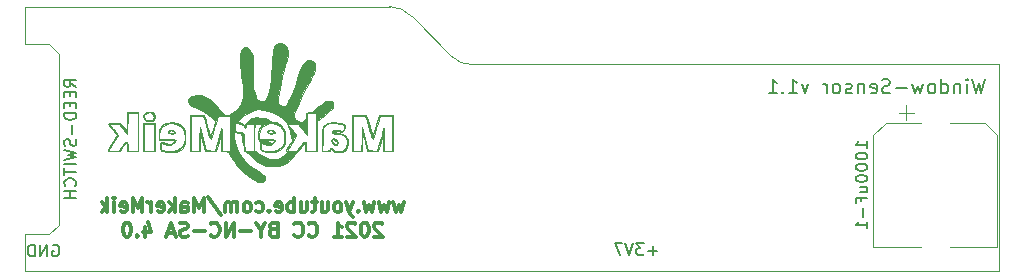
<source format=gbr>
%TF.GenerationSoftware,KiCad,Pcbnew,(5.1.7)-1*%
%TF.CreationDate,2021-10-09T11:13:05+02:00*%
%TF.ProjectId,window-sensor,77696e64-6f77-42d7-9365-6e736f722e6b,rev?*%
%TF.SameCoordinates,PX7270e00PY57bcf00*%
%TF.FileFunction,Legend,Bot*%
%TF.FilePolarity,Positive*%
%FSLAX46Y46*%
G04 Gerber Fmt 4.6, Leading zero omitted, Abs format (unit mm)*
G04 Created by KiCad (PCBNEW (5.1.7)-1) date 2021-10-09 11:13:05*
%MOMM*%
%LPD*%
G01*
G04 APERTURE LIST*
%TA.AperFunction,Profile*%
%ADD10C,0.050000*%
%TD*%
%ADD11C,0.200000*%
%ADD12C,0.300000*%
%ADD13C,0.150000*%
%ADD14C,0.010000*%
%ADD15C,0.120000*%
G04 APERTURE END LIST*
D10*
X-4900000Y-4100000D02*
X-4100000Y-4900000D01*
D11*
X74271428Y-7042857D02*
X73985714Y-8242857D01*
X73757142Y-7385714D01*
X73528571Y-8242857D01*
X73242857Y-7042857D01*
X72785714Y-8242857D02*
X72785714Y-7442857D01*
X72785714Y-7042857D02*
X72842857Y-7100000D01*
X72785714Y-7157142D01*
X72728571Y-7100000D01*
X72785714Y-7042857D01*
X72785714Y-7157142D01*
X72214285Y-7442857D02*
X72214285Y-8242857D01*
X72214285Y-7557142D02*
X72157142Y-7500000D01*
X72042857Y-7442857D01*
X71871428Y-7442857D01*
X71757142Y-7500000D01*
X71700000Y-7614285D01*
X71700000Y-8242857D01*
X70614285Y-8242857D02*
X70614285Y-7042857D01*
X70614285Y-8185714D02*
X70728571Y-8242857D01*
X70957142Y-8242857D01*
X71071428Y-8185714D01*
X71128571Y-8128571D01*
X71185714Y-8014285D01*
X71185714Y-7671428D01*
X71128571Y-7557142D01*
X71071428Y-7500000D01*
X70957142Y-7442857D01*
X70728571Y-7442857D01*
X70614285Y-7500000D01*
X69871428Y-8242857D02*
X69985714Y-8185714D01*
X70042857Y-8128571D01*
X70100000Y-8014285D01*
X70100000Y-7671428D01*
X70042857Y-7557142D01*
X69985714Y-7500000D01*
X69871428Y-7442857D01*
X69700000Y-7442857D01*
X69585714Y-7500000D01*
X69528571Y-7557142D01*
X69471428Y-7671428D01*
X69471428Y-8014285D01*
X69528571Y-8128571D01*
X69585714Y-8185714D01*
X69700000Y-8242857D01*
X69871428Y-8242857D01*
X69071428Y-7442857D02*
X68842857Y-8242857D01*
X68614285Y-7671428D01*
X68385714Y-8242857D01*
X68157142Y-7442857D01*
X67700000Y-7785714D02*
X66785714Y-7785714D01*
X66271428Y-8185714D02*
X66100000Y-8242857D01*
X65814285Y-8242857D01*
X65700000Y-8185714D01*
X65642857Y-8128571D01*
X65585714Y-8014285D01*
X65585714Y-7900000D01*
X65642857Y-7785714D01*
X65700000Y-7728571D01*
X65814285Y-7671428D01*
X66042857Y-7614285D01*
X66157142Y-7557142D01*
X66214285Y-7500000D01*
X66271428Y-7385714D01*
X66271428Y-7271428D01*
X66214285Y-7157142D01*
X66157142Y-7100000D01*
X66042857Y-7042857D01*
X65757142Y-7042857D01*
X65585714Y-7100000D01*
X64614285Y-8185714D02*
X64728571Y-8242857D01*
X64957142Y-8242857D01*
X65071428Y-8185714D01*
X65128571Y-8071428D01*
X65128571Y-7614285D01*
X65071428Y-7500000D01*
X64957142Y-7442857D01*
X64728571Y-7442857D01*
X64614285Y-7500000D01*
X64557142Y-7614285D01*
X64557142Y-7728571D01*
X65128571Y-7842857D01*
X64042857Y-7442857D02*
X64042857Y-8242857D01*
X64042857Y-7557142D02*
X63985714Y-7500000D01*
X63871428Y-7442857D01*
X63700000Y-7442857D01*
X63585714Y-7500000D01*
X63528571Y-7614285D01*
X63528571Y-8242857D01*
X63014285Y-8185714D02*
X62900000Y-8242857D01*
X62671428Y-8242857D01*
X62557142Y-8185714D01*
X62500000Y-8071428D01*
X62500000Y-8014285D01*
X62557142Y-7900000D01*
X62671428Y-7842857D01*
X62842857Y-7842857D01*
X62957142Y-7785714D01*
X63014285Y-7671428D01*
X63014285Y-7614285D01*
X62957142Y-7500000D01*
X62842857Y-7442857D01*
X62671428Y-7442857D01*
X62557142Y-7500000D01*
X61814285Y-8242857D02*
X61928571Y-8185714D01*
X61985714Y-8128571D01*
X62042857Y-8014285D01*
X62042857Y-7671428D01*
X61985714Y-7557142D01*
X61928571Y-7500000D01*
X61814285Y-7442857D01*
X61642857Y-7442857D01*
X61528571Y-7500000D01*
X61471428Y-7557142D01*
X61414285Y-7671428D01*
X61414285Y-8014285D01*
X61471428Y-8128571D01*
X61528571Y-8185714D01*
X61642857Y-8242857D01*
X61814285Y-8242857D01*
X60900000Y-8242857D02*
X60900000Y-7442857D01*
X60900000Y-7671428D02*
X60842857Y-7557142D01*
X60785714Y-7500000D01*
X60671428Y-7442857D01*
X60557142Y-7442857D01*
X59357142Y-7442857D02*
X59071428Y-8242857D01*
X58785714Y-7442857D01*
X57700000Y-8242857D02*
X58385714Y-8242857D01*
X58042857Y-8242857D02*
X58042857Y-7042857D01*
X58157142Y-7214285D01*
X58271428Y-7328571D01*
X58385714Y-7385714D01*
X57185714Y-8128571D02*
X57128571Y-8185714D01*
X57185714Y-8242857D01*
X57242857Y-8185714D01*
X57185714Y-8128571D01*
X57185714Y-8242857D01*
X55985714Y-8242857D02*
X56671428Y-8242857D01*
X56328571Y-8242857D02*
X56328571Y-7042857D01*
X56442857Y-7214285D01*
X56557142Y-7328571D01*
X56671428Y-7385714D01*
D12*
X25128571Y-17492857D02*
X24900000Y-18292857D01*
X24671428Y-17721428D01*
X24442857Y-18292857D01*
X24214285Y-17492857D01*
X23871428Y-17492857D02*
X23642857Y-18292857D01*
X23414285Y-17721428D01*
X23185714Y-18292857D01*
X22957142Y-17492857D01*
X22614285Y-17492857D02*
X22385714Y-18292857D01*
X22157142Y-17721428D01*
X21928571Y-18292857D01*
X21700000Y-17492857D01*
X21242857Y-18178571D02*
X21185714Y-18235714D01*
X21242857Y-18292857D01*
X21300000Y-18235714D01*
X21242857Y-18178571D01*
X21242857Y-18292857D01*
X20785714Y-17492857D02*
X20500000Y-18292857D01*
X20214285Y-17492857D02*
X20500000Y-18292857D01*
X20614285Y-18578571D01*
X20671428Y-18635714D01*
X20785714Y-18692857D01*
X19585714Y-18292857D02*
X19700000Y-18235714D01*
X19757142Y-18178571D01*
X19814285Y-18064285D01*
X19814285Y-17721428D01*
X19757142Y-17607142D01*
X19700000Y-17550000D01*
X19585714Y-17492857D01*
X19414285Y-17492857D01*
X19300000Y-17550000D01*
X19242857Y-17607142D01*
X19185714Y-17721428D01*
X19185714Y-18064285D01*
X19242857Y-18178571D01*
X19300000Y-18235714D01*
X19414285Y-18292857D01*
X19585714Y-18292857D01*
X18157142Y-17492857D02*
X18157142Y-18292857D01*
X18671428Y-17492857D02*
X18671428Y-18121428D01*
X18614285Y-18235714D01*
X18500000Y-18292857D01*
X18328571Y-18292857D01*
X18214285Y-18235714D01*
X18157142Y-18178571D01*
X17757142Y-17492857D02*
X17300000Y-17492857D01*
X17585714Y-17092857D02*
X17585714Y-18121428D01*
X17528571Y-18235714D01*
X17414285Y-18292857D01*
X17300000Y-18292857D01*
X16385714Y-17492857D02*
X16385714Y-18292857D01*
X16900000Y-17492857D02*
X16900000Y-18121428D01*
X16842857Y-18235714D01*
X16728571Y-18292857D01*
X16557142Y-18292857D01*
X16442857Y-18235714D01*
X16385714Y-18178571D01*
X15814285Y-18292857D02*
X15814285Y-17092857D01*
X15814285Y-17550000D02*
X15700000Y-17492857D01*
X15471428Y-17492857D01*
X15357142Y-17550000D01*
X15300000Y-17607142D01*
X15242857Y-17721428D01*
X15242857Y-18064285D01*
X15300000Y-18178571D01*
X15357142Y-18235714D01*
X15471428Y-18292857D01*
X15700000Y-18292857D01*
X15814285Y-18235714D01*
X14271428Y-18235714D02*
X14385714Y-18292857D01*
X14614285Y-18292857D01*
X14728571Y-18235714D01*
X14785714Y-18121428D01*
X14785714Y-17664285D01*
X14728571Y-17550000D01*
X14614285Y-17492857D01*
X14385714Y-17492857D01*
X14271428Y-17550000D01*
X14214285Y-17664285D01*
X14214285Y-17778571D01*
X14785714Y-17892857D01*
X13700000Y-18178571D02*
X13642857Y-18235714D01*
X13700000Y-18292857D01*
X13757142Y-18235714D01*
X13700000Y-18178571D01*
X13700000Y-18292857D01*
X12614285Y-18235714D02*
X12728571Y-18292857D01*
X12957142Y-18292857D01*
X13071428Y-18235714D01*
X13128571Y-18178571D01*
X13185714Y-18064285D01*
X13185714Y-17721428D01*
X13128571Y-17607142D01*
X13071428Y-17550000D01*
X12957142Y-17492857D01*
X12728571Y-17492857D01*
X12614285Y-17550000D01*
X11928571Y-18292857D02*
X12042857Y-18235714D01*
X12100000Y-18178571D01*
X12157142Y-18064285D01*
X12157142Y-17721428D01*
X12100000Y-17607142D01*
X12042857Y-17550000D01*
X11928571Y-17492857D01*
X11757142Y-17492857D01*
X11642857Y-17550000D01*
X11585714Y-17607142D01*
X11528571Y-17721428D01*
X11528571Y-18064285D01*
X11585714Y-18178571D01*
X11642857Y-18235714D01*
X11757142Y-18292857D01*
X11928571Y-18292857D01*
X11014285Y-18292857D02*
X11014285Y-17492857D01*
X11014285Y-17607142D02*
X10957142Y-17550000D01*
X10842857Y-17492857D01*
X10671428Y-17492857D01*
X10557142Y-17550000D01*
X10500000Y-17664285D01*
X10500000Y-18292857D01*
X10500000Y-17664285D02*
X10442857Y-17550000D01*
X10328571Y-17492857D01*
X10157142Y-17492857D01*
X10042857Y-17550000D01*
X9985714Y-17664285D01*
X9985714Y-18292857D01*
X8557142Y-17035714D02*
X9585714Y-18578571D01*
X8157142Y-18292857D02*
X8157142Y-17092857D01*
X7757142Y-17950000D01*
X7357142Y-17092857D01*
X7357142Y-18292857D01*
X6271428Y-18292857D02*
X6271428Y-17664285D01*
X6328571Y-17550000D01*
X6442857Y-17492857D01*
X6671428Y-17492857D01*
X6785714Y-17550000D01*
X6271428Y-18235714D02*
X6385714Y-18292857D01*
X6671428Y-18292857D01*
X6785714Y-18235714D01*
X6842857Y-18121428D01*
X6842857Y-18007142D01*
X6785714Y-17892857D01*
X6671428Y-17835714D01*
X6385714Y-17835714D01*
X6271428Y-17778571D01*
X5700000Y-18292857D02*
X5700000Y-17092857D01*
X5585714Y-17835714D02*
X5242857Y-18292857D01*
X5242857Y-17492857D02*
X5700000Y-17950000D01*
X4271428Y-18235714D02*
X4385714Y-18292857D01*
X4614285Y-18292857D01*
X4728571Y-18235714D01*
X4785714Y-18121428D01*
X4785714Y-17664285D01*
X4728571Y-17550000D01*
X4614285Y-17492857D01*
X4385714Y-17492857D01*
X4271428Y-17550000D01*
X4214285Y-17664285D01*
X4214285Y-17778571D01*
X4785714Y-17892857D01*
X3700000Y-18292857D02*
X3700000Y-17492857D01*
X3700000Y-17721428D02*
X3642857Y-17607142D01*
X3585714Y-17550000D01*
X3471428Y-17492857D01*
X3357142Y-17492857D01*
X2957142Y-18292857D02*
X2957142Y-17092857D01*
X2557142Y-17950000D01*
X2157142Y-17092857D01*
X2157142Y-18292857D01*
X1128571Y-18235714D02*
X1242857Y-18292857D01*
X1471428Y-18292857D01*
X1585714Y-18235714D01*
X1642857Y-18121428D01*
X1642857Y-17664285D01*
X1585714Y-17550000D01*
X1471428Y-17492857D01*
X1242857Y-17492857D01*
X1128571Y-17550000D01*
X1071428Y-17664285D01*
X1071428Y-17778571D01*
X1642857Y-17892857D01*
X557142Y-18292857D02*
X557142Y-17492857D01*
X557142Y-17092857D02*
X614285Y-17150000D01*
X557142Y-17207142D01*
X500000Y-17150000D01*
X557142Y-17092857D01*
X557142Y-17207142D01*
X-14286Y-18292857D02*
X-14286Y-17092857D01*
X-128572Y-17835714D02*
X-471429Y-18292857D01*
X-471429Y-17492857D02*
X-14286Y-17950000D01*
X23271428Y-19307142D02*
X23214285Y-19250000D01*
X23100000Y-19192857D01*
X22814285Y-19192857D01*
X22700000Y-19250000D01*
X22642857Y-19307142D01*
X22585714Y-19421428D01*
X22585714Y-19535714D01*
X22642857Y-19707142D01*
X23328571Y-20392857D01*
X22585714Y-20392857D01*
X21842857Y-19192857D02*
X21728571Y-19192857D01*
X21614285Y-19250000D01*
X21557142Y-19307142D01*
X21500000Y-19421428D01*
X21442857Y-19650000D01*
X21442857Y-19935714D01*
X21500000Y-20164285D01*
X21557142Y-20278571D01*
X21614285Y-20335714D01*
X21728571Y-20392857D01*
X21842857Y-20392857D01*
X21957142Y-20335714D01*
X22014285Y-20278571D01*
X22071428Y-20164285D01*
X22128571Y-19935714D01*
X22128571Y-19650000D01*
X22071428Y-19421428D01*
X22014285Y-19307142D01*
X21957142Y-19250000D01*
X21842857Y-19192857D01*
X20985714Y-19307142D02*
X20928571Y-19250000D01*
X20814285Y-19192857D01*
X20528571Y-19192857D01*
X20414285Y-19250000D01*
X20357142Y-19307142D01*
X20300000Y-19421428D01*
X20300000Y-19535714D01*
X20357142Y-19707142D01*
X21042857Y-20392857D01*
X20300000Y-20392857D01*
X19157142Y-20392857D02*
X19842857Y-20392857D01*
X19500000Y-20392857D02*
X19500000Y-19192857D01*
X19614285Y-19364285D01*
X19728571Y-19478571D01*
X19842857Y-19535714D01*
X17042857Y-20278571D02*
X17100000Y-20335714D01*
X17271428Y-20392857D01*
X17385714Y-20392857D01*
X17557142Y-20335714D01*
X17671428Y-20221428D01*
X17728571Y-20107142D01*
X17785714Y-19878571D01*
X17785714Y-19707142D01*
X17728571Y-19478571D01*
X17671428Y-19364285D01*
X17557142Y-19250000D01*
X17385714Y-19192857D01*
X17271428Y-19192857D01*
X17100000Y-19250000D01*
X17042857Y-19307142D01*
X15842857Y-20278571D02*
X15900000Y-20335714D01*
X16071428Y-20392857D01*
X16185714Y-20392857D01*
X16357142Y-20335714D01*
X16471428Y-20221428D01*
X16528571Y-20107142D01*
X16585714Y-19878571D01*
X16585714Y-19707142D01*
X16528571Y-19478571D01*
X16471428Y-19364285D01*
X16357142Y-19250000D01*
X16185714Y-19192857D01*
X16071428Y-19192857D01*
X15900000Y-19250000D01*
X15842857Y-19307142D01*
X14014285Y-19764285D02*
X13842857Y-19821428D01*
X13785714Y-19878571D01*
X13728571Y-19992857D01*
X13728571Y-20164285D01*
X13785714Y-20278571D01*
X13842857Y-20335714D01*
X13957142Y-20392857D01*
X14414285Y-20392857D01*
X14414285Y-19192857D01*
X14014285Y-19192857D01*
X13900000Y-19250000D01*
X13842857Y-19307142D01*
X13785714Y-19421428D01*
X13785714Y-19535714D01*
X13842857Y-19650000D01*
X13900000Y-19707142D01*
X14014285Y-19764285D01*
X14414285Y-19764285D01*
X12985714Y-19821428D02*
X12985714Y-20392857D01*
X13385714Y-19192857D02*
X12985714Y-19821428D01*
X12585714Y-19192857D01*
X12185714Y-19935714D02*
X11271428Y-19935714D01*
X10700000Y-20392857D02*
X10700000Y-19192857D01*
X10014285Y-20392857D01*
X10014285Y-19192857D01*
X8757142Y-20278571D02*
X8814285Y-20335714D01*
X8985714Y-20392857D01*
X9100000Y-20392857D01*
X9271428Y-20335714D01*
X9385714Y-20221428D01*
X9442857Y-20107142D01*
X9500000Y-19878571D01*
X9500000Y-19707142D01*
X9442857Y-19478571D01*
X9385714Y-19364285D01*
X9271428Y-19250000D01*
X9100000Y-19192857D01*
X8985714Y-19192857D01*
X8814285Y-19250000D01*
X8757142Y-19307142D01*
X8242857Y-19935714D02*
X7328571Y-19935714D01*
X6814285Y-20335714D02*
X6642857Y-20392857D01*
X6357142Y-20392857D01*
X6242857Y-20335714D01*
X6185714Y-20278571D01*
X6128571Y-20164285D01*
X6128571Y-20050000D01*
X6185714Y-19935714D01*
X6242857Y-19878571D01*
X6357142Y-19821428D01*
X6585714Y-19764285D01*
X6700000Y-19707142D01*
X6757142Y-19650000D01*
X6814285Y-19535714D01*
X6814285Y-19421428D01*
X6757142Y-19307142D01*
X6700000Y-19250000D01*
X6585714Y-19192857D01*
X6300000Y-19192857D01*
X6128571Y-19250000D01*
X5671428Y-20050000D02*
X5100000Y-20050000D01*
X5785714Y-20392857D02*
X5385714Y-19192857D01*
X4985714Y-20392857D01*
X3157142Y-19592857D02*
X3157142Y-20392857D01*
X3442857Y-19135714D02*
X3728571Y-19992857D01*
X2985714Y-19992857D01*
X2528571Y-20278571D02*
X2471428Y-20335714D01*
X2528571Y-20392857D01*
X2585714Y-20335714D01*
X2528571Y-20278571D01*
X2528571Y-20392857D01*
X1728571Y-19192857D02*
X1614285Y-19192857D01*
X1500000Y-19250000D01*
X1442857Y-19307142D01*
X1385714Y-19421428D01*
X1328571Y-19650000D01*
X1328571Y-19935714D01*
X1385714Y-20164285D01*
X1442857Y-20278571D01*
X1500000Y-20335714D01*
X1614285Y-20392857D01*
X1728571Y-20392857D01*
X1842857Y-20335714D01*
X1900000Y-20278571D01*
X1957142Y-20164285D01*
X2014285Y-19935714D01*
X2014285Y-19650000D01*
X1957142Y-19421428D01*
X1900000Y-19307142D01*
X1842857Y-19250000D01*
X1728571Y-19192857D01*
D10*
X-4900000Y-20200000D02*
X-4100000Y-19400000D01*
X-7000000Y-23300000D02*
X-7000000Y-20200000D01*
X-4900000Y-20200000D02*
X-7000000Y-20200000D01*
X-4100000Y-4900000D02*
X-4100000Y-19400000D01*
X-7000000Y-4100000D02*
X-4900000Y-4100000D01*
D13*
X-2647620Y-7695238D02*
X-3123810Y-7361904D01*
X-2647620Y-7123809D02*
X-3647620Y-7123809D01*
X-3647620Y-7504761D01*
X-3600000Y-7600000D01*
X-3552381Y-7647619D01*
X-3457143Y-7695238D01*
X-3314286Y-7695238D01*
X-3219048Y-7647619D01*
X-3171429Y-7600000D01*
X-3123810Y-7504761D01*
X-3123810Y-7123809D01*
X-3171429Y-8123809D02*
X-3171429Y-8457142D01*
X-2647620Y-8600000D02*
X-2647620Y-8123809D01*
X-3647620Y-8123809D01*
X-3647620Y-8600000D01*
X-3171429Y-9028571D02*
X-3171429Y-9361904D01*
X-2647620Y-9504761D02*
X-2647620Y-9028571D01*
X-3647620Y-9028571D01*
X-3647620Y-9504761D01*
X-2647620Y-9933333D02*
X-3647620Y-9933333D01*
X-3647620Y-10171428D01*
X-3600000Y-10314285D01*
X-3504762Y-10409523D01*
X-3409524Y-10457142D01*
X-3219048Y-10504761D01*
X-3076191Y-10504761D01*
X-2885715Y-10457142D01*
X-2790477Y-10409523D01*
X-2695239Y-10314285D01*
X-2647620Y-10171428D01*
X-2647620Y-9933333D01*
X-3028572Y-10933333D02*
X-3028572Y-11695238D01*
X-2695239Y-12123809D02*
X-2647620Y-12266666D01*
X-2647620Y-12504761D01*
X-2695239Y-12600000D01*
X-2742858Y-12647619D01*
X-2838096Y-12695238D01*
X-2933334Y-12695238D01*
X-3028572Y-12647619D01*
X-3076191Y-12600000D01*
X-3123810Y-12504761D01*
X-3171429Y-12314285D01*
X-3219048Y-12219047D01*
X-3266667Y-12171428D01*
X-3361905Y-12123809D01*
X-3457143Y-12123809D01*
X-3552381Y-12171428D01*
X-3600000Y-12219047D01*
X-3647620Y-12314285D01*
X-3647620Y-12552380D01*
X-3600000Y-12695238D01*
X-3647620Y-13028571D02*
X-2647620Y-13266666D01*
X-3361905Y-13457142D01*
X-2647620Y-13647619D01*
X-3647620Y-13885714D01*
X-2647620Y-14266666D02*
X-3647620Y-14266666D01*
X-3647620Y-14600000D02*
X-3647620Y-15171428D01*
X-2647620Y-14885714D02*
X-3647620Y-14885714D01*
X-2742858Y-16076190D02*
X-2695239Y-16028571D01*
X-2647620Y-15885714D01*
X-2647620Y-15790476D01*
X-2695239Y-15647619D01*
X-2790477Y-15552380D01*
X-2885715Y-15504761D01*
X-3076191Y-15457142D01*
X-3219048Y-15457142D01*
X-3409524Y-15504761D01*
X-3504762Y-15552380D01*
X-3600000Y-15647619D01*
X-3647620Y-15790476D01*
X-3647620Y-15885714D01*
X-3600000Y-16028571D01*
X-3552381Y-16076190D01*
X-2647620Y-16504761D02*
X-3647620Y-16504761D01*
X-3171429Y-16504761D02*
X-3171429Y-17076190D01*
X-2647620Y-17076190D02*
X-3647620Y-17076190D01*
D10*
X23900000Y-900000D02*
G75*
G02*
X25770760Y-1744841I-59239J-2624840D01*
G01*
X30817250Y-5799023D02*
G75*
G02*
X29210000Y-5150000I-107250J2049023D01*
G01*
X30817250Y-5799024D02*
X75500000Y-5800000D01*
X25770760Y-1744841D02*
X29210000Y-5150000D01*
D13*
X46561904Y-21571428D02*
X45800000Y-21571428D01*
X46180952Y-21952380D02*
X46180952Y-21190476D01*
X45419047Y-20952380D02*
X44800000Y-20952380D01*
X45133333Y-21333333D01*
X44990476Y-21333333D01*
X44895238Y-21380952D01*
X44847619Y-21428571D01*
X44800000Y-21523809D01*
X44800000Y-21761904D01*
X44847619Y-21857142D01*
X44895238Y-21904761D01*
X44990476Y-21952380D01*
X45276190Y-21952380D01*
X45371428Y-21904761D01*
X45419047Y-21857142D01*
X44514285Y-20952380D02*
X44180952Y-21952380D01*
X43847619Y-20952380D01*
X43609523Y-20952380D02*
X42942857Y-20952380D01*
X43371428Y-21952380D01*
X-4638096Y-21100000D02*
X-4542858Y-21052380D01*
X-4400000Y-21052380D01*
X-4257143Y-21100000D01*
X-4161905Y-21195238D01*
X-4114286Y-21290476D01*
X-4066667Y-21480952D01*
X-4066667Y-21623809D01*
X-4114286Y-21814285D01*
X-4161905Y-21909523D01*
X-4257143Y-22004761D01*
X-4400000Y-22052380D01*
X-4495239Y-22052380D01*
X-4638096Y-22004761D01*
X-4685715Y-21957142D01*
X-4685715Y-21623809D01*
X-4495239Y-21623809D01*
X-5114286Y-22052380D02*
X-5114286Y-21052380D01*
X-5685715Y-22052380D01*
X-5685715Y-21052380D01*
X-6161905Y-22052380D02*
X-6161905Y-21052380D01*
X-6400000Y-21052380D01*
X-6542858Y-21100000D01*
X-6638096Y-21195238D01*
X-6685715Y-21290476D01*
X-6733334Y-21480952D01*
X-6733334Y-21623809D01*
X-6685715Y-21814285D01*
X-6638096Y-21909523D01*
X-6542858Y-22004761D01*
X-6400000Y-22052380D01*
X-6161905Y-22052380D01*
D10*
X-7000000Y-4100000D02*
X-7000000Y-900000D01*
X75500000Y-23300000D02*
X-7000000Y-23300000D01*
X75500000Y-5800000D02*
X75500000Y-23300000D01*
X-7000000Y-900000D02*
X23900000Y-900000D01*
D14*
%TO.C,G\u002A\u002A\u002A*%
G36*
X5197032Y-11382054D02*
G01*
X5094245Y-11505788D01*
X5121799Y-11594152D01*
X5276507Y-11643717D01*
X5449454Y-11653513D01*
X5653759Y-11650739D01*
X5745546Y-11632194D01*
X5749597Y-11582541D01*
X5729218Y-11548901D01*
X5615465Y-11548901D01*
X5561031Y-11578524D01*
X5406757Y-11584864D01*
X5245620Y-11577444D01*
X5197932Y-11545793D01*
X5235135Y-11481891D01*
X5347573Y-11394881D01*
X5406757Y-11378919D01*
X5519460Y-11426993D01*
X5578378Y-11481891D01*
X5615465Y-11548901D01*
X5729218Y-11548901D01*
X5699020Y-11499054D01*
X5545446Y-11361420D01*
X5359086Y-11320163D01*
X5197032Y-11382054D01*
G37*
X5197032Y-11382054D02*
X5094245Y-11505788D01*
X5121799Y-11594152D01*
X5276507Y-11643717D01*
X5449454Y-11653513D01*
X5653759Y-11650739D01*
X5745546Y-11632194D01*
X5749597Y-11582541D01*
X5729218Y-11548901D01*
X5615465Y-11548901D01*
X5561031Y-11578524D01*
X5406757Y-11584864D01*
X5245620Y-11577444D01*
X5197932Y-11545793D01*
X5235135Y-11481891D01*
X5347573Y-11394881D01*
X5406757Y-11378919D01*
X5519460Y-11426993D01*
X5578378Y-11481891D01*
X5615465Y-11548901D01*
X5729218Y-11548901D01*
X5699020Y-11499054D01*
X5545446Y-11361420D01*
X5359086Y-11320163D01*
X5197032Y-11382054D01*
G36*
X19006220Y-12094248D02*
G01*
X18965372Y-12205071D01*
X18964865Y-12226387D01*
X19013208Y-12395252D01*
X19132104Y-12531566D01*
X19282350Y-12608664D01*
X19424743Y-12599879D01*
X19468288Y-12568828D01*
X19523505Y-12430538D01*
X19507648Y-12363747D01*
X19437076Y-12363747D01*
X19422351Y-12438358D01*
X19359591Y-12532642D01*
X19266516Y-12517008D01*
X19159054Y-12432333D01*
X19051088Y-12297686D01*
X19038573Y-12196864D01*
X19118289Y-12158926D01*
X19187973Y-12171468D01*
X19374989Y-12255556D01*
X19437076Y-12363747D01*
X19507648Y-12363747D01*
X19485549Y-12270667D01*
X19372146Y-12148580D01*
X19337963Y-12132355D01*
X19124678Y-12071455D01*
X19006220Y-12094248D01*
G37*
X19006220Y-12094248D02*
X18965372Y-12205071D01*
X18964865Y-12226387D01*
X19013208Y-12395252D01*
X19132104Y-12531566D01*
X19282350Y-12608664D01*
X19424743Y-12599879D01*
X19468288Y-12568828D01*
X19523505Y-12430538D01*
X19507648Y-12363747D01*
X19437076Y-12363747D01*
X19422351Y-12438358D01*
X19359591Y-12532642D01*
X19266516Y-12517008D01*
X19159054Y-12432333D01*
X19051088Y-12297686D01*
X19038573Y-12196864D01*
X19118289Y-12158926D01*
X19187973Y-12171468D01*
X19374989Y-12255556D01*
X19437076Y-12363747D01*
X19507648Y-12363747D01*
X19485549Y-12270667D01*
X19372146Y-12148580D01*
X19337963Y-12132355D01*
X19124678Y-12071455D01*
X19006220Y-12094248D01*
G36*
X13640816Y-11382054D02*
G01*
X13538028Y-11505788D01*
X13565583Y-11594152D01*
X13720291Y-11643717D01*
X13893238Y-11653513D01*
X14097543Y-11650739D01*
X14189330Y-11632194D01*
X14193380Y-11582541D01*
X14173001Y-11548901D01*
X14059249Y-11548901D01*
X14004815Y-11578524D01*
X13850541Y-11584864D01*
X13689404Y-11577444D01*
X13641716Y-11545793D01*
X13678919Y-11481891D01*
X13791357Y-11394881D01*
X13850541Y-11378919D01*
X13963244Y-11426993D01*
X14022162Y-11481891D01*
X14059249Y-11548901D01*
X14173001Y-11548901D01*
X14142803Y-11499054D01*
X13989230Y-11361420D01*
X13802870Y-11320163D01*
X13640816Y-11382054D01*
G37*
X13640816Y-11382054D02*
X13538028Y-11505788D01*
X13565583Y-11594152D01*
X13720291Y-11643717D01*
X13893238Y-11653513D01*
X14097543Y-11650739D01*
X14189330Y-11632194D01*
X14193380Y-11582541D01*
X14173001Y-11548901D01*
X14059249Y-11548901D01*
X14004815Y-11578524D01*
X13850541Y-11584864D01*
X13689404Y-11577444D01*
X13641716Y-11545793D01*
X13678919Y-11481891D01*
X13791357Y-11394881D01*
X13850541Y-11378919D01*
X13963244Y-11426993D01*
X14022162Y-11481891D01*
X14059249Y-11548901D01*
X14173001Y-11548901D01*
X14142803Y-11499054D01*
X13989230Y-11361420D01*
X13802870Y-11320163D01*
X13640816Y-11382054D01*
G36*
X3243774Y-9849655D02*
G01*
X3088971Y-9993276D01*
X3038378Y-10211891D01*
X3075007Y-10395486D01*
X3146255Y-10515907D01*
X3289364Y-10587045D01*
X3500039Y-10620278D01*
X3718595Y-10613633D01*
X3885350Y-10565134D01*
X3917081Y-10541405D01*
X3971523Y-10422071D01*
X3997947Y-10240752D01*
X3930724Y-10240752D01*
X3890198Y-10415146D01*
X3848432Y-10472756D01*
X3700895Y-10539964D01*
X3496721Y-10549340D01*
X3302515Y-10503566D01*
X3214904Y-10447258D01*
X3112866Y-10277343D01*
X3123385Y-10114166D01*
X3222453Y-9978625D01*
X3386063Y-9891616D01*
X3590205Y-9874035D01*
X3798027Y-9939712D01*
X3897976Y-10060870D01*
X3930724Y-10240752D01*
X3997947Y-10240752D01*
X3998745Y-10235277D01*
X3999459Y-10200577D01*
X3963467Y-9986869D01*
X3843628Y-9859652D01*
X3622155Y-9804829D01*
X3494011Y-9800000D01*
X3243774Y-9849655D01*
G37*
X3243774Y-9849655D02*
X3088971Y-9993276D01*
X3038378Y-10211891D01*
X3075007Y-10395486D01*
X3146255Y-10515907D01*
X3289364Y-10587045D01*
X3500039Y-10620278D01*
X3718595Y-10613633D01*
X3885350Y-10565134D01*
X3917081Y-10541405D01*
X3971523Y-10422071D01*
X3997947Y-10240752D01*
X3930724Y-10240752D01*
X3890198Y-10415146D01*
X3848432Y-10472756D01*
X3700895Y-10539964D01*
X3496721Y-10549340D01*
X3302515Y-10503566D01*
X3214904Y-10447258D01*
X3112866Y-10277343D01*
X3123385Y-10114166D01*
X3222453Y-9978625D01*
X3386063Y-9891616D01*
X3590205Y-9874035D01*
X3798027Y-9939712D01*
X3897976Y-10060870D01*
X3930724Y-10240752D01*
X3997947Y-10240752D01*
X3998745Y-10235277D01*
X3999459Y-10200577D01*
X3963467Y-9986869D01*
X3843628Y-9859652D01*
X3622155Y-9804829D01*
X3494011Y-9800000D01*
X3243774Y-9849655D01*
G36*
X1665405Y-11466050D02*
G01*
X1378672Y-11113566D01*
X1091939Y-10761081D01*
X589213Y-10761081D01*
X306489Y-10770912D01*
X134823Y-10799040D01*
X86487Y-10835993D01*
X127840Y-10919995D01*
X238034Y-11078754D01*
X396268Y-11283034D01*
X459488Y-11360282D01*
X832489Y-11809659D01*
X425163Y-12415439D01*
X257527Y-12671105D01*
X123386Y-12887780D01*
X38898Y-13038605D01*
X17838Y-13092501D01*
X82611Y-13130132D01*
X262126Y-13154918D01*
X532175Y-13163783D01*
X1046512Y-13163783D01*
X1270148Y-12821774D01*
X1434508Y-12594586D01*
X1550964Y-12494081D01*
X1624511Y-12520243D01*
X1660143Y-12673057D01*
X1665405Y-12820540D01*
X1665405Y-13163783D01*
X2626487Y-13163783D01*
X2626487Y-9937297D01*
X2557838Y-9937297D01*
X2557838Y-13095135D01*
X1734054Y-13095135D01*
X1734054Y-12751891D01*
X1727826Y-12547570D01*
X1698742Y-12445807D01*
X1631200Y-12412059D01*
X1579595Y-12409882D01*
X1446977Y-12460072D01*
X1295946Y-12618280D01*
X1201499Y-12753125D01*
X977864Y-13095135D01*
X82945Y-13095135D01*
X501927Y-12472019D01*
X669171Y-12212178D01*
X798643Y-11989522D01*
X875679Y-11830728D01*
X889510Y-11767078D01*
X832909Y-11678617D01*
X710706Y-11516841D01*
X546558Y-11312756D01*
X500681Y-11257491D01*
X143252Y-10829729D01*
X1026120Y-10829729D01*
X1699730Y-11670053D01*
X1738156Y-9937297D01*
X2557838Y-9937297D01*
X2626487Y-9937297D01*
X2626487Y-9868648D01*
X1665405Y-9868648D01*
X1665405Y-11466050D01*
G37*
X1665405Y-11466050D02*
X1378672Y-11113566D01*
X1091939Y-10761081D01*
X589213Y-10761081D01*
X306489Y-10770912D01*
X134823Y-10799040D01*
X86487Y-10835993D01*
X127840Y-10919995D01*
X238034Y-11078754D01*
X396268Y-11283034D01*
X459488Y-11360282D01*
X832489Y-11809659D01*
X425163Y-12415439D01*
X257527Y-12671105D01*
X123386Y-12887780D01*
X38898Y-13038605D01*
X17838Y-13092501D01*
X82611Y-13130132D01*
X262126Y-13154918D01*
X532175Y-13163783D01*
X1046512Y-13163783D01*
X1270148Y-12821774D01*
X1434508Y-12594586D01*
X1550964Y-12494081D01*
X1624511Y-12520243D01*
X1660143Y-12673057D01*
X1665405Y-12820540D01*
X1665405Y-13163783D01*
X2626487Y-13163783D01*
X2626487Y-9937297D01*
X2557838Y-9937297D01*
X2557838Y-13095135D01*
X1734054Y-13095135D01*
X1734054Y-12751891D01*
X1727826Y-12547570D01*
X1698742Y-12445807D01*
X1631200Y-12412059D01*
X1579595Y-12409882D01*
X1446977Y-12460072D01*
X1295946Y-12618280D01*
X1201499Y-12753125D01*
X977864Y-13095135D01*
X82945Y-13095135D01*
X501927Y-12472019D01*
X669171Y-12212178D01*
X798643Y-11989522D01*
X875679Y-11830728D01*
X889510Y-11767078D01*
X832909Y-11678617D01*
X710706Y-11516841D01*
X546558Y-11312756D01*
X500681Y-11257491D01*
X143252Y-10829729D01*
X1026120Y-10829729D01*
X1699730Y-11670053D01*
X1738156Y-9937297D01*
X2557838Y-9937297D01*
X2626487Y-9937297D01*
X2626487Y-9868648D01*
X1665405Y-9868648D01*
X1665405Y-11466050D01*
G36*
X3038378Y-13163783D02*
G01*
X3999459Y-13163783D01*
X3999459Y-10829729D01*
X3930811Y-10829729D01*
X3930811Y-13095135D01*
X3107027Y-13095135D01*
X3107027Y-10829729D01*
X3930811Y-10829729D01*
X3999459Y-10829729D01*
X3999459Y-10761081D01*
X3038378Y-10761081D01*
X3038378Y-13163783D01*
G37*
X3038378Y-13163783D02*
X3999459Y-13163783D01*
X3999459Y-10829729D01*
X3930811Y-10829729D01*
X3930811Y-13095135D01*
X3107027Y-13095135D01*
X3107027Y-10829729D01*
X3930811Y-10829729D01*
X3999459Y-10829729D01*
X3999459Y-10761081D01*
X3038378Y-10761081D01*
X3038378Y-13163783D01*
G36*
X22921818Y-10400675D02*
G01*
X22849179Y-10634880D01*
X22758795Y-10936250D01*
X22670153Y-11239798D01*
X22669629Y-11241621D01*
X22593234Y-11492875D01*
X22524892Y-11691697D01*
X22477292Y-11801718D01*
X22471338Y-11809909D01*
X22429581Y-11777561D01*
X22368744Y-11641330D01*
X22302478Y-11432341D01*
X22215945Y-11122827D01*
X22115794Y-10772389D01*
X22047508Y-10537973D01*
X21910943Y-10074594D01*
X20749730Y-10074594D01*
X20749730Y-13163783D01*
X21569017Y-13163783D01*
X21588427Y-12391486D01*
X21607838Y-11619189D01*
X22019730Y-13129459D01*
X22473928Y-13149548D01*
X22928126Y-13169638D01*
X23324054Y-11756486D01*
X23343618Y-12460135D01*
X23363182Y-13163783D01*
X24182162Y-13163783D01*
X24182162Y-10143243D01*
X24113514Y-10143243D01*
X24113514Y-13095135D01*
X23427027Y-13095135D01*
X23419064Y-12082567D01*
X23414392Y-11740818D01*
X23406765Y-11466544D01*
X23397061Y-11279530D01*
X23386158Y-11199561D01*
X23380204Y-11207297D01*
X23350657Y-11322862D01*
X23291890Y-11540986D01*
X23211970Y-11832091D01*
X23118965Y-12166599D01*
X23103182Y-12222980D01*
X22857057Y-13101366D01*
X22088381Y-13060810D01*
X21539189Y-11070000D01*
X21520192Y-12082567D01*
X21501195Y-13095135D01*
X20818378Y-13095135D01*
X20818378Y-10143243D01*
X21842294Y-10143243D01*
X21978278Y-10606621D01*
X22065370Y-10904517D01*
X22169719Y-11263058D01*
X22270583Y-11610958D01*
X22282886Y-11653513D01*
X22360310Y-11898296D01*
X22427531Y-12068869D01*
X22474620Y-12141942D01*
X22487725Y-12134054D01*
X22521249Y-12032280D01*
X22576459Y-11854648D01*
X22657631Y-11587070D01*
X22769039Y-11215457D01*
X22909547Y-10743919D01*
X23088197Y-10143243D01*
X24113514Y-10143243D01*
X24182162Y-10143243D01*
X24182162Y-10074594D01*
X23026169Y-10074594D01*
X22921818Y-10400675D01*
G37*
X22921818Y-10400675D02*
X22849179Y-10634880D01*
X22758795Y-10936250D01*
X22670153Y-11239798D01*
X22669629Y-11241621D01*
X22593234Y-11492875D01*
X22524892Y-11691697D01*
X22477292Y-11801718D01*
X22471338Y-11809909D01*
X22429581Y-11777561D01*
X22368744Y-11641330D01*
X22302478Y-11432341D01*
X22215945Y-11122827D01*
X22115794Y-10772389D01*
X22047508Y-10537973D01*
X21910943Y-10074594D01*
X20749730Y-10074594D01*
X20749730Y-13163783D01*
X21569017Y-13163783D01*
X21588427Y-12391486D01*
X21607838Y-11619189D01*
X22019730Y-13129459D01*
X22473928Y-13149548D01*
X22928126Y-13169638D01*
X23324054Y-11756486D01*
X23343618Y-12460135D01*
X23363182Y-13163783D01*
X24182162Y-13163783D01*
X24182162Y-10143243D01*
X24113514Y-10143243D01*
X24113514Y-13095135D01*
X23427027Y-13095135D01*
X23419064Y-12082567D01*
X23414392Y-11740818D01*
X23406765Y-11466544D01*
X23397061Y-11279530D01*
X23386158Y-11199561D01*
X23380204Y-11207297D01*
X23350657Y-11322862D01*
X23291890Y-11540986D01*
X23211970Y-11832091D01*
X23118965Y-12166599D01*
X23103182Y-12222980D01*
X22857057Y-13101366D01*
X22088381Y-13060810D01*
X21539189Y-11070000D01*
X21520192Y-12082567D01*
X21501195Y-13095135D01*
X20818378Y-13095135D01*
X20818378Y-10143243D01*
X21842294Y-10143243D01*
X21978278Y-10606621D01*
X22065370Y-10904517D01*
X22169719Y-11263058D01*
X22270583Y-11610958D01*
X22282886Y-11653513D01*
X22360310Y-11898296D01*
X22427531Y-12068869D01*
X22474620Y-12141942D01*
X22487725Y-12134054D01*
X22521249Y-12032280D01*
X22576459Y-11854648D01*
X22657631Y-11587070D01*
X22769039Y-11215457D01*
X22909547Y-10743919D01*
X23088197Y-10143243D01*
X24113514Y-10143243D01*
X24182162Y-10143243D01*
X24182162Y-10074594D01*
X23026169Y-10074594D01*
X22921818Y-10400675D01*
G36*
X5045900Y-10741309D02*
G01*
X4723905Y-10869117D01*
X4503423Y-11085502D01*
X4378461Y-11396129D01*
X4342703Y-11766638D01*
X4342703Y-12202702D01*
X4994865Y-12202702D01*
X5331990Y-12209445D01*
X5540858Y-12232593D01*
X5629982Y-12276524D01*
X5607873Y-12345618D01*
X5483044Y-12444251D01*
X5474905Y-12449613D01*
X5381076Y-12502675D01*
X5284362Y-12525190D01*
X5153494Y-12514240D01*
X4957202Y-12466907D01*
X4664220Y-12380273D01*
X4634459Y-12371188D01*
X4546360Y-12353337D01*
X4500297Y-12388661D01*
X4482705Y-12506292D01*
X4480000Y-12702845D01*
X4485019Y-12921830D01*
X4513041Y-13044426D01*
X4583516Y-13111495D01*
X4696190Y-13157068D01*
X5005370Y-13219228D01*
X5375277Y-13227993D01*
X5742235Y-13186179D01*
X6040339Y-13097618D01*
X6294675Y-12945865D01*
X6465362Y-12746628D01*
X6564777Y-12474998D01*
X6605294Y-12106070D01*
X6607852Y-11955422D01*
X6605001Y-11823632D01*
X6544141Y-11823632D01*
X6539483Y-12175272D01*
X6477395Y-12495032D01*
X6400487Y-12670072D01*
X6192497Y-12889737D01*
X5891802Y-13051313D01*
X5533954Y-13145705D01*
X5154506Y-13163821D01*
X4789008Y-13096568D01*
X4764839Y-13088419D01*
X4627759Y-13026582D01*
X4565375Y-12936619D01*
X4548949Y-12769419D01*
X4548649Y-12718941D01*
X4548649Y-12424827D01*
X4806081Y-12516697D01*
X5133483Y-12600916D01*
X5386711Y-12586496D01*
X5589158Y-12471398D01*
X5615823Y-12446093D01*
X5729777Y-12313121D01*
X5783670Y-12212808D01*
X5784324Y-12205823D01*
X5717938Y-12170479D01*
X5527105Y-12146394D01*
X5224315Y-12134876D01*
X5097838Y-12134054D01*
X4411351Y-12134054D01*
X4411351Y-11766638D01*
X4464406Y-11385229D01*
X4621700Y-11092437D01*
X4880425Y-10890906D01*
X5237775Y-10783276D01*
X5475405Y-10765062D01*
X5837872Y-10823611D01*
X6159478Y-10996132D01*
X6383632Y-11234611D01*
X6491985Y-11492587D01*
X6544141Y-11823632D01*
X6605001Y-11823632D01*
X6601299Y-11652604D01*
X6575699Y-11443999D01*
X6522642Y-11286933D01*
X6452280Y-11165962D01*
X6197125Y-10902624D01*
X5859694Y-10744036D01*
X5475405Y-10696413D01*
X5045900Y-10741309D01*
G37*
X5045900Y-10741309D02*
X4723905Y-10869117D01*
X4503423Y-11085502D01*
X4378461Y-11396129D01*
X4342703Y-11766638D01*
X4342703Y-12202702D01*
X4994865Y-12202702D01*
X5331990Y-12209445D01*
X5540858Y-12232593D01*
X5629982Y-12276524D01*
X5607873Y-12345618D01*
X5483044Y-12444251D01*
X5474905Y-12449613D01*
X5381076Y-12502675D01*
X5284362Y-12525190D01*
X5153494Y-12514240D01*
X4957202Y-12466907D01*
X4664220Y-12380273D01*
X4634459Y-12371188D01*
X4546360Y-12353337D01*
X4500297Y-12388661D01*
X4482705Y-12506292D01*
X4480000Y-12702845D01*
X4485019Y-12921830D01*
X4513041Y-13044426D01*
X4583516Y-13111495D01*
X4696190Y-13157068D01*
X5005370Y-13219228D01*
X5375277Y-13227993D01*
X5742235Y-13186179D01*
X6040339Y-13097618D01*
X6294675Y-12945865D01*
X6465362Y-12746628D01*
X6564777Y-12474998D01*
X6605294Y-12106070D01*
X6607852Y-11955422D01*
X6605001Y-11823632D01*
X6544141Y-11823632D01*
X6539483Y-12175272D01*
X6477395Y-12495032D01*
X6400487Y-12670072D01*
X6192497Y-12889737D01*
X5891802Y-13051313D01*
X5533954Y-13145705D01*
X5154506Y-13163821D01*
X4789008Y-13096568D01*
X4764839Y-13088419D01*
X4627759Y-13026582D01*
X4565375Y-12936619D01*
X4548949Y-12769419D01*
X4548649Y-12718941D01*
X4548649Y-12424827D01*
X4806081Y-12516697D01*
X5133483Y-12600916D01*
X5386711Y-12586496D01*
X5589158Y-12471398D01*
X5615823Y-12446093D01*
X5729777Y-12313121D01*
X5783670Y-12212808D01*
X5784324Y-12205823D01*
X5717938Y-12170479D01*
X5527105Y-12146394D01*
X5224315Y-12134876D01*
X5097838Y-12134054D01*
X4411351Y-12134054D01*
X4411351Y-11766638D01*
X4464406Y-11385229D01*
X4621700Y-11092437D01*
X4880425Y-10890906D01*
X5237775Y-10783276D01*
X5475405Y-10765062D01*
X5837872Y-10823611D01*
X6159478Y-10996132D01*
X6383632Y-11234611D01*
X6491985Y-11492587D01*
X6544141Y-11823632D01*
X6605001Y-11823632D01*
X6601299Y-11652604D01*
X6575699Y-11443999D01*
X6522642Y-11286933D01*
X6452280Y-11165962D01*
X6197125Y-10902624D01*
X5859694Y-10744036D01*
X5475405Y-10696413D01*
X5045900Y-10741309D01*
G36*
X18792734Y-10723409D02*
G01*
X18621044Y-10775742D01*
X18553928Y-10807902D01*
X18403137Y-10900016D01*
X18294007Y-11010107D01*
X18219960Y-11160723D01*
X18174419Y-11374412D01*
X18150809Y-11673720D01*
X18142552Y-12081197D01*
X18142093Y-12219864D01*
X18141081Y-13163783D01*
X18486479Y-13163783D01*
X18725898Y-13147168D01*
X18849809Y-13094113D01*
X18871157Y-13061421D01*
X18915244Y-13003630D01*
X18996818Y-13031542D01*
X19084206Y-13095745D01*
X19288676Y-13188549D01*
X19564530Y-13228761D01*
X19854808Y-13212557D01*
X20049131Y-13160516D01*
X20214588Y-13026621D01*
X20331532Y-12801907D01*
X20390805Y-12527091D01*
X20385210Y-12316699D01*
X20325334Y-12316699D01*
X20314483Y-12560457D01*
X20237915Y-12789505D01*
X20081041Y-13004718D01*
X19848509Y-13133369D01*
X19576088Y-13169113D01*
X19299545Y-13105604D01*
X19111347Y-12989355D01*
X18976056Y-12881053D01*
X18903781Y-12856757D01*
X18853038Y-12911424D01*
X18829070Y-12955031D01*
X18733617Y-13053889D01*
X18563122Y-13092660D01*
X18476720Y-13095135D01*
X18199352Y-13095135D01*
X18221703Y-12127944D01*
X18231331Y-11745835D01*
X18242656Y-11476281D01*
X18260303Y-11294570D01*
X18288897Y-11175990D01*
X18333061Y-11095829D01*
X18397421Y-11029376D01*
X18433109Y-10998301D01*
X18637066Y-10870448D01*
X18862490Y-10790764D01*
X18863026Y-10790663D01*
X19104581Y-10771191D01*
X19389206Y-10784831D01*
X19666404Y-10825312D01*
X19885682Y-10886365D01*
X19964735Y-10927478D01*
X20042401Y-11005716D01*
X20044319Y-11105859D01*
X19998408Y-11232416D01*
X19939147Y-11362980D01*
X19874767Y-11426738D01*
X19767748Y-11433036D01*
X19580571Y-11391218D01*
X19474298Y-11362964D01*
X19277535Y-11316914D01*
X19165148Y-11318378D01*
X19090859Y-11372674D01*
X19061421Y-11410409D01*
X18987775Y-11526538D01*
X18990872Y-11596775D01*
X19089607Y-11637635D01*
X19302877Y-11665634D01*
X19359595Y-11671019D01*
X19747533Y-11733665D01*
X20021711Y-11843540D01*
X20200003Y-12008854D01*
X20240013Y-12075361D01*
X20325334Y-12316699D01*
X20385210Y-12316699D01*
X20383247Y-12242889D01*
X20308662Y-12006712D01*
X20151519Y-11817802D01*
X19898331Y-11688460D01*
X19533291Y-11611163D01*
X19460132Y-11602777D01*
X19243171Y-11566787D01*
X19132472Y-11517989D01*
X19123837Y-11489198D01*
X19158911Y-11444730D01*
X19241880Y-11428584D01*
X19400917Y-11440518D01*
X19664197Y-11480288D01*
X19688572Y-11484326D01*
X19870702Y-11505067D01*
X19970014Y-11474603D01*
X20037180Y-11373834D01*
X20048978Y-11348490D01*
X20125374Y-11123885D01*
X20112668Y-10958537D01*
X19999856Y-10842932D01*
X19775938Y-10767552D01*
X19429911Y-10722883D01*
X19316535Y-10715001D01*
X19009518Y-10704995D01*
X18792734Y-10723409D01*
G37*
X18792734Y-10723409D02*
X18621044Y-10775742D01*
X18553928Y-10807902D01*
X18403137Y-10900016D01*
X18294007Y-11010107D01*
X18219960Y-11160723D01*
X18174419Y-11374412D01*
X18150809Y-11673720D01*
X18142552Y-12081197D01*
X18142093Y-12219864D01*
X18141081Y-13163783D01*
X18486479Y-13163783D01*
X18725898Y-13147168D01*
X18849809Y-13094113D01*
X18871157Y-13061421D01*
X18915244Y-13003630D01*
X18996818Y-13031542D01*
X19084206Y-13095745D01*
X19288676Y-13188549D01*
X19564530Y-13228761D01*
X19854808Y-13212557D01*
X20049131Y-13160516D01*
X20214588Y-13026621D01*
X20331532Y-12801907D01*
X20390805Y-12527091D01*
X20385210Y-12316699D01*
X20325334Y-12316699D01*
X20314483Y-12560457D01*
X20237915Y-12789505D01*
X20081041Y-13004718D01*
X19848509Y-13133369D01*
X19576088Y-13169113D01*
X19299545Y-13105604D01*
X19111347Y-12989355D01*
X18976056Y-12881053D01*
X18903781Y-12856757D01*
X18853038Y-12911424D01*
X18829070Y-12955031D01*
X18733617Y-13053889D01*
X18563122Y-13092660D01*
X18476720Y-13095135D01*
X18199352Y-13095135D01*
X18221703Y-12127944D01*
X18231331Y-11745835D01*
X18242656Y-11476281D01*
X18260303Y-11294570D01*
X18288897Y-11175990D01*
X18333061Y-11095829D01*
X18397421Y-11029376D01*
X18433109Y-10998301D01*
X18637066Y-10870448D01*
X18862490Y-10790764D01*
X18863026Y-10790663D01*
X19104581Y-10771191D01*
X19389206Y-10784831D01*
X19666404Y-10825312D01*
X19885682Y-10886365D01*
X19964735Y-10927478D01*
X20042401Y-11005716D01*
X20044319Y-11105859D01*
X19998408Y-11232416D01*
X19939147Y-11362980D01*
X19874767Y-11426738D01*
X19767748Y-11433036D01*
X19580571Y-11391218D01*
X19474298Y-11362964D01*
X19277535Y-11316914D01*
X19165148Y-11318378D01*
X19090859Y-11372674D01*
X19061421Y-11410409D01*
X18987775Y-11526538D01*
X18990872Y-11596775D01*
X19089607Y-11637635D01*
X19302877Y-11665634D01*
X19359595Y-11671019D01*
X19747533Y-11733665D01*
X20021711Y-11843540D01*
X20200003Y-12008854D01*
X20240013Y-12075361D01*
X20325334Y-12316699D01*
X20385210Y-12316699D01*
X20383247Y-12242889D01*
X20308662Y-12006712D01*
X20151519Y-11817802D01*
X19898331Y-11688460D01*
X19533291Y-11611163D01*
X19460132Y-11602777D01*
X19243171Y-11566787D01*
X19132472Y-11517989D01*
X19123837Y-11489198D01*
X19158911Y-11444730D01*
X19241880Y-11428584D01*
X19400917Y-11440518D01*
X19664197Y-11480288D01*
X19688572Y-11484326D01*
X19870702Y-11505067D01*
X19970014Y-11474603D01*
X20037180Y-11373834D01*
X20048978Y-11348490D01*
X20125374Y-11123885D01*
X20112668Y-10958537D01*
X19999856Y-10842932D01*
X19775938Y-10767552D01*
X19429911Y-10722883D01*
X19316535Y-10715001D01*
X19009518Y-10704995D01*
X18792734Y-10723409D01*
G36*
X14328075Y-4054783D02*
G01*
X14205501Y-4169405D01*
X14150771Y-4236522D01*
X14106861Y-4304041D01*
X14071342Y-4388512D01*
X14041786Y-4506488D01*
X14015767Y-4674519D01*
X13990856Y-4909157D01*
X13964626Y-5226952D01*
X13934649Y-5644457D01*
X13898497Y-6178221D01*
X13888111Y-6333243D01*
X13825733Y-7078911D01*
X13747011Y-7691387D01*
X13651116Y-8173898D01*
X13537223Y-8529670D01*
X13404504Y-8761928D01*
X13252134Y-8873898D01*
X13235894Y-8878576D01*
X12995224Y-8879634D01*
X12766157Y-8784814D01*
X12603939Y-8618836D01*
X12588593Y-8588908D01*
X12464510Y-8225592D01*
X12370498Y-7765827D01*
X12310699Y-7247992D01*
X12289260Y-6710465D01*
X12310324Y-6191623D01*
X12319556Y-6097554D01*
X12351521Y-5540002D01*
X12312585Y-5091920D01*
X12201093Y-4744222D01*
X12028767Y-4500908D01*
X11826297Y-4347269D01*
X11644078Y-4324346D01*
X11462299Y-4431530D01*
X11411392Y-4481988D01*
X11301473Y-4683745D01*
X11234020Y-4998178D01*
X11209628Y-5407203D01*
X11228895Y-5892738D01*
X11292418Y-6436701D01*
X11337909Y-6708377D01*
X11408242Y-7169840D01*
X11458417Y-7654971D01*
X11481433Y-8092857D01*
X11482162Y-8169896D01*
X11469282Y-8583965D01*
X11419456Y-8900677D01*
X11315909Y-9158483D01*
X11141865Y-9395833D01*
X10880549Y-9651179D01*
X10808029Y-9715025D01*
X10581177Y-9903018D01*
X10413158Y-10012571D01*
X10266624Y-10063222D01*
X10120635Y-10074594D01*
X9975719Y-10066787D01*
X9865811Y-10027490D01*
X9758743Y-9932888D01*
X9622347Y-9759166D01*
X9539796Y-9644583D01*
X9149067Y-9160568D01*
X8749112Y-8785106D01*
X8349113Y-8522655D01*
X7958249Y-8377670D01*
X7585702Y-8354606D01*
X7240650Y-8457921D01*
X7173060Y-8495774D01*
X6941796Y-8686515D01*
X6843936Y-8886280D01*
X6877256Y-9082745D01*
X7039530Y-9263590D01*
X7328536Y-9416491D01*
X7340041Y-9420856D01*
X7954948Y-9685815D01*
X8458353Y-9975520D01*
X8814663Y-10260344D01*
X9133381Y-10569792D01*
X8994907Y-11060166D01*
X8916599Y-11327577D01*
X8842590Y-11563658D01*
X8788478Y-11718726D01*
X8787101Y-11722162D01*
X8762734Y-11781870D01*
X8741022Y-11814502D01*
X8716169Y-11805471D01*
X8682379Y-11740190D01*
X8633856Y-11604074D01*
X8564803Y-11382534D01*
X8469425Y-11060986D01*
X8341926Y-10624842D01*
X8316558Y-10537973D01*
X8181213Y-10074594D01*
X7020000Y-10074594D01*
X7020000Y-13163783D01*
X7839287Y-13163783D01*
X7858698Y-12391486D01*
X7878108Y-11619189D01*
X8290000Y-13129459D01*
X8744198Y-13149548D01*
X9198396Y-13169638D01*
X9594324Y-11756486D01*
X9613888Y-12460135D01*
X9633452Y-13163783D01*
X9922807Y-13164037D01*
X10071771Y-13168741D01*
X10173747Y-13199666D01*
X10257916Y-13282512D01*
X10353460Y-13442980D01*
X10448954Y-13627416D01*
X10688991Y-14016275D01*
X11008546Y-14417466D01*
X11381588Y-14807117D01*
X11782082Y-15161359D01*
X12183996Y-15456321D01*
X12561297Y-15668131D01*
X12755760Y-15742625D01*
X12955284Y-15791561D01*
X13085321Y-15784757D01*
X13190973Y-15728703D01*
X13310382Y-15572012D01*
X13322151Y-15374775D01*
X13225247Y-15182969D01*
X13203783Y-15159999D01*
X13092564Y-15066970D01*
X12897648Y-14921117D01*
X12649996Y-14745144D01*
X12465810Y-14618876D01*
X12005445Y-14289428D01*
X11648502Y-13983820D01*
X11371648Y-13673132D01*
X11151550Y-13328442D01*
X10964876Y-12920828D01*
X10855253Y-12622552D01*
X10814341Y-12464323D01*
X10778621Y-12257128D01*
X10750142Y-12028781D01*
X10730953Y-11807098D01*
X10723103Y-11619896D01*
X10728641Y-11494988D01*
X10749616Y-11460191D01*
X10772492Y-11499054D01*
X10858496Y-11559162D01*
X11018441Y-11585853D01*
X11024505Y-11585916D01*
X11219200Y-11603985D01*
X11329008Y-11676187D01*
X11380723Y-11833082D01*
X11396750Y-12010498D01*
X11422368Y-12249032D01*
X11465488Y-12459492D01*
X11482561Y-12512670D01*
X11531405Y-12712654D01*
X11550811Y-12927982D01*
X11574345Y-13100681D01*
X11638996Y-13163783D01*
X11639221Y-13163783D01*
X11724970Y-13209143D01*
X11879653Y-13330497D01*
X12076128Y-13505760D01*
X12171782Y-13597148D01*
X12592289Y-13964557D01*
X12992897Y-14216868D01*
X13402436Y-14367342D01*
X13849735Y-14429240D01*
X13987838Y-14432510D01*
X14554767Y-14377998D01*
X15043606Y-14210961D01*
X15456391Y-13930369D01*
X15795156Y-13535190D01*
X15813591Y-13507167D01*
X15940886Y-13324191D01*
X16044248Y-13199628D01*
X16092482Y-13163783D01*
X16156375Y-13110801D01*
X16268725Y-12972177D01*
X16399559Y-12786216D01*
X16535538Y-12593879D01*
X16647485Y-12457880D01*
X16709179Y-12408648D01*
X16741453Y-12470730D01*
X16762858Y-12630872D01*
X16768108Y-12786216D01*
X16768108Y-13163783D01*
X17729189Y-13163783D01*
X17729189Y-10561731D01*
X18055270Y-10340023D01*
X18476593Y-10037179D01*
X18594653Y-9937297D01*
X17660541Y-9937297D01*
X17660541Y-13095135D01*
X16836757Y-13095135D01*
X16836757Y-12717567D01*
X16830169Y-12498043D01*
X16803255Y-12383731D01*
X16745286Y-12342885D01*
X16709179Y-12340000D01*
X16594522Y-12399176D01*
X16441268Y-12564098D01*
X16330910Y-12717567D01*
X16080219Y-13095135D01*
X15185648Y-13095135D01*
X15604630Y-12472019D01*
X15734452Y-12270317D01*
X15621206Y-12270317D01*
X15370873Y-12647345D01*
X15212935Y-12898181D01*
X15136319Y-13057625D01*
X15135985Y-13141022D01*
X15201156Y-13163783D01*
X15233800Y-13197146D01*
X15174762Y-13283111D01*
X15048146Y-13400499D01*
X14878057Y-13528128D01*
X14688597Y-13644816D01*
X14605676Y-13687063D01*
X14371971Y-13787610D01*
X14180163Y-13835174D01*
X13983636Y-13830886D01*
X13735771Y-13775880D01*
X13524591Y-13713322D01*
X13037855Y-13497407D01*
X12762224Y-13295596D01*
X12443243Y-13014818D01*
X12443243Y-11993337D01*
X12445349Y-11569080D01*
X12456935Y-11262882D01*
X12485901Y-11055513D01*
X12540148Y-10927743D01*
X12627576Y-10860344D01*
X12756086Y-10834084D01*
X12921326Y-10829729D01*
X12374595Y-10829729D01*
X12374595Y-13095135D01*
X11632325Y-13095135D01*
X11608730Y-12403020D01*
X11587927Y-12036343D01*
X11546858Y-11785615D01*
X11473388Y-11629726D01*
X11355377Y-11547568D01*
X11180689Y-11518033D01*
X11098818Y-11516216D01*
X10937719Y-11493370D01*
X10844581Y-11407256D01*
X10802966Y-11231510D01*
X10795676Y-11030061D01*
X10804328Y-10856294D01*
X10850302Y-10779954D01*
X10963625Y-10761362D01*
X10999233Y-10761081D01*
X11223128Y-10821483D01*
X11442915Y-10971913D01*
X11683040Y-11182745D01*
X11727340Y-11006237D01*
X11772085Y-10894987D01*
X11860573Y-10843555D01*
X12036010Y-10829886D01*
X12073118Y-10829729D01*
X12374595Y-10829729D01*
X12921326Y-10829729D01*
X13133840Y-10829729D01*
X12982307Y-11034689D01*
X12849377Y-11306563D01*
X12778647Y-11646729D01*
X12777506Y-11997594D01*
X12828082Y-12237027D01*
X12891307Y-12495942D01*
X12922211Y-12766627D01*
X12922785Y-12796662D01*
X12934828Y-12983771D01*
X12989426Y-13084412D01*
X13116879Y-13148866D01*
X13139974Y-13157068D01*
X13449154Y-13219228D01*
X13819061Y-13227993D01*
X14186019Y-13186179D01*
X14484122Y-13097618D01*
X14742597Y-12941853D01*
X14914869Y-12735755D01*
X15013355Y-12454790D01*
X15050473Y-12074422D01*
X15051635Y-11976185D01*
X15039250Y-11823632D01*
X14987925Y-11823632D01*
X14983267Y-12175272D01*
X14921178Y-12495032D01*
X14844271Y-12670072D01*
X14636281Y-12889737D01*
X14335586Y-13051313D01*
X13977738Y-13145705D01*
X13598289Y-13163821D01*
X13232792Y-13096568D01*
X13208622Y-13088419D01*
X13071543Y-13026582D01*
X13009159Y-12936619D01*
X12992733Y-12769419D01*
X12992432Y-12718941D01*
X12992432Y-12424827D01*
X13249865Y-12516697D01*
X13577267Y-12600916D01*
X13830495Y-12586496D01*
X14032942Y-12471398D01*
X14059607Y-12446093D01*
X14173561Y-12313121D01*
X14198904Y-12265948D01*
X14083424Y-12265948D01*
X14044143Y-12356353D01*
X14008432Y-12394919D01*
X13914736Y-12465074D01*
X13820519Y-12452608D01*
X13678953Y-12350249D01*
X13669362Y-12342283D01*
X13507297Y-12207270D01*
X13799054Y-12204986D01*
X14004427Y-12217941D01*
X14083424Y-12265948D01*
X14198904Y-12265948D01*
X14227454Y-12212808D01*
X14228108Y-12205823D01*
X14161722Y-12170479D01*
X13970889Y-12146394D01*
X13668099Y-12134876D01*
X13541622Y-12134054D01*
X12855135Y-12134054D01*
X12855135Y-11766638D01*
X12908190Y-11385229D01*
X13065484Y-11092437D01*
X13324209Y-10890906D01*
X13681558Y-10783276D01*
X13919189Y-10765062D01*
X14281656Y-10823611D01*
X14603262Y-10996132D01*
X14827415Y-11234611D01*
X14935769Y-11492587D01*
X14987925Y-11823632D01*
X15039250Y-11823632D01*
X15014415Y-11517734D01*
X14898979Y-11167749D01*
X14700407Y-10918601D01*
X14413777Y-10762659D01*
X14240192Y-10718055D01*
X14032667Y-10658736D01*
X13780028Y-10559370D01*
X13646480Y-10496535D01*
X13327334Y-10376153D01*
X12965827Y-10303789D01*
X12611165Y-10284588D01*
X12312549Y-10323697D01*
X12237345Y-10349169D01*
X12068350Y-10451728D01*
X11876273Y-10613660D01*
X11796289Y-10695707D01*
X11650515Y-10845736D01*
X11559427Y-10901270D01*
X11494442Y-10876975D01*
X11477995Y-10859033D01*
X11355305Y-10771971D01*
X11183803Y-10705482D01*
X10971359Y-10650433D01*
X11289402Y-10332389D01*
X11521546Y-10143243D01*
X10383784Y-10143243D01*
X10383784Y-13095135D01*
X9697297Y-13095135D01*
X9689334Y-12082567D01*
X9684662Y-11740818D01*
X9677035Y-11466544D01*
X9667331Y-11279530D01*
X9656428Y-11199561D01*
X9650474Y-11207297D01*
X9620927Y-11322862D01*
X9562160Y-11540986D01*
X9482241Y-11832091D01*
X9389235Y-12166599D01*
X9373453Y-12222980D01*
X9127327Y-13101366D01*
X8358651Y-13060810D01*
X7809459Y-11070000D01*
X7790462Y-12082567D01*
X7771465Y-13095135D01*
X7088649Y-13095135D01*
X7088649Y-10143243D01*
X8112565Y-10143243D01*
X8248548Y-10606621D01*
X8335640Y-10904517D01*
X8439989Y-11263058D01*
X8540853Y-11610958D01*
X8553156Y-11653513D01*
X8630580Y-11898296D01*
X8697801Y-12068869D01*
X8744891Y-12141942D01*
X8757995Y-12134054D01*
X8791519Y-12032280D01*
X8846729Y-11854648D01*
X8927901Y-11587070D01*
X9039309Y-11215457D01*
X9179817Y-10743919D01*
X9358467Y-10143243D01*
X10383784Y-10143243D01*
X11521546Y-10143243D01*
X11747112Y-9959457D01*
X12239124Y-9718770D01*
X12760150Y-9611109D01*
X13304902Y-9637254D01*
X13868093Y-9797987D01*
X14125115Y-9913920D01*
X14468366Y-10113858D01*
X14778332Y-10345271D01*
X15022992Y-10581268D01*
X15167848Y-10789596D01*
X15273761Y-11005998D01*
X15370990Y-11193676D01*
X15437576Y-11364603D01*
X15504610Y-11611937D01*
X15547938Y-11828159D01*
X15621206Y-12270317D01*
X15734452Y-12270317D01*
X15771873Y-12212178D01*
X15901346Y-11989522D01*
X15978381Y-11830728D01*
X15992212Y-11767078D01*
X15935612Y-11678617D01*
X15813409Y-11516841D01*
X15649261Y-11312756D01*
X15603384Y-11257491D01*
X15245955Y-10829729D01*
X16126297Y-10829729D01*
X16498689Y-11288936D01*
X16871081Y-11748142D01*
X16877439Y-11447567D01*
X16836757Y-11447567D01*
X16811639Y-11504073D01*
X16790991Y-11493333D01*
X16782775Y-11411863D01*
X16790991Y-11401801D01*
X16831803Y-11411225D01*
X16836757Y-11447567D01*
X16877439Y-11447567D01*
X16890236Y-10842720D01*
X16909391Y-9937297D01*
X17660541Y-9937297D01*
X18594653Y-9937297D01*
X18782497Y-9778377D01*
X18983828Y-9553730D01*
X19064302Y-9420186D01*
X19130599Y-9181151D01*
X19075458Y-9004086D01*
X18900460Y-8892725D01*
X18833149Y-8874469D01*
X18674514Y-8862598D01*
X18506964Y-8905697D01*
X18308858Y-9015487D01*
X18058552Y-9203689D01*
X17770492Y-9450040D01*
X17520717Y-9661385D01*
X17336697Y-9790180D01*
X17189719Y-9853508D01*
X17066843Y-9868648D01*
X16911201Y-9880487D01*
X16848417Y-9944318D01*
X16836757Y-10102615D01*
X16836757Y-10102816D01*
X16800604Y-10304816D01*
X16671543Y-10474120D01*
X16625544Y-10514708D01*
X16437667Y-10649070D01*
X16286909Y-10678041D01*
X16127199Y-10600326D01*
X16002615Y-10497229D01*
X15832893Y-10293736D01*
X15784144Y-10100928D01*
X15814748Y-9978713D01*
X15900257Y-9755131D01*
X16031214Y-9450091D01*
X16198165Y-9083505D01*
X16391653Y-8675282D01*
X16602224Y-8245332D01*
X16820422Y-7813567D01*
X17036791Y-7399895D01*
X17241876Y-7024229D01*
X17263722Y-6985405D01*
X17411740Y-6710419D01*
X17499652Y-6501617D01*
X17542585Y-6310329D01*
X17555666Y-6087891D01*
X17556003Y-6045087D01*
X17541787Y-5753085D01*
X17485389Y-5572163D01*
X17370102Y-5478488D01*
X17179222Y-5448228D01*
X17137255Y-5447675D01*
X16955309Y-5471502D01*
X16794960Y-5552237D01*
X16646894Y-5703757D01*
X16501797Y-5939942D01*
X16350355Y-6274670D01*
X16183253Y-6721821D01*
X16081015Y-7021550D01*
X15933362Y-7444925D01*
X15771239Y-7877320D01*
X15610697Y-8277893D01*
X15467787Y-8605807D01*
X15415506Y-8714797D01*
X15274359Y-8991853D01*
X15172973Y-9168089D01*
X15091255Y-9266249D01*
X15009111Y-9309078D01*
X14906447Y-9319320D01*
X14881309Y-9319459D01*
X14635263Y-9269113D01*
X14484774Y-9120835D01*
X14434054Y-8880345D01*
X14452784Y-8612547D01*
X14505103Y-8240457D01*
X14585203Y-7791305D01*
X14687277Y-7292324D01*
X14805518Y-6770745D01*
X14934118Y-6253800D01*
X15067271Y-5768719D01*
X15168514Y-5436331D01*
X15277296Y-5024967D01*
X15304288Y-4700837D01*
X15247239Y-4439265D01*
X15103898Y-4215574D01*
X15052124Y-4160481D01*
X14811797Y-3996256D01*
X14563129Y-3961101D01*
X14328075Y-4054783D01*
G37*
X14328075Y-4054783D02*
X14205501Y-4169405D01*
X14150771Y-4236522D01*
X14106861Y-4304041D01*
X14071342Y-4388512D01*
X14041786Y-4506488D01*
X14015767Y-4674519D01*
X13990856Y-4909157D01*
X13964626Y-5226952D01*
X13934649Y-5644457D01*
X13898497Y-6178221D01*
X13888111Y-6333243D01*
X13825733Y-7078911D01*
X13747011Y-7691387D01*
X13651116Y-8173898D01*
X13537223Y-8529670D01*
X13404504Y-8761928D01*
X13252134Y-8873898D01*
X13235894Y-8878576D01*
X12995224Y-8879634D01*
X12766157Y-8784814D01*
X12603939Y-8618836D01*
X12588593Y-8588908D01*
X12464510Y-8225592D01*
X12370498Y-7765827D01*
X12310699Y-7247992D01*
X12289260Y-6710465D01*
X12310324Y-6191623D01*
X12319556Y-6097554D01*
X12351521Y-5540002D01*
X12312585Y-5091920D01*
X12201093Y-4744222D01*
X12028767Y-4500908D01*
X11826297Y-4347269D01*
X11644078Y-4324346D01*
X11462299Y-4431530D01*
X11411392Y-4481988D01*
X11301473Y-4683745D01*
X11234020Y-4998178D01*
X11209628Y-5407203D01*
X11228895Y-5892738D01*
X11292418Y-6436701D01*
X11337909Y-6708377D01*
X11408242Y-7169840D01*
X11458417Y-7654971D01*
X11481433Y-8092857D01*
X11482162Y-8169896D01*
X11469282Y-8583965D01*
X11419456Y-8900677D01*
X11315909Y-9158483D01*
X11141865Y-9395833D01*
X10880549Y-9651179D01*
X10808029Y-9715025D01*
X10581177Y-9903018D01*
X10413158Y-10012571D01*
X10266624Y-10063222D01*
X10120635Y-10074594D01*
X9975719Y-10066787D01*
X9865811Y-10027490D01*
X9758743Y-9932888D01*
X9622347Y-9759166D01*
X9539796Y-9644583D01*
X9149067Y-9160568D01*
X8749112Y-8785106D01*
X8349113Y-8522655D01*
X7958249Y-8377670D01*
X7585702Y-8354606D01*
X7240650Y-8457921D01*
X7173060Y-8495774D01*
X6941796Y-8686515D01*
X6843936Y-8886280D01*
X6877256Y-9082745D01*
X7039530Y-9263590D01*
X7328536Y-9416491D01*
X7340041Y-9420856D01*
X7954948Y-9685815D01*
X8458353Y-9975520D01*
X8814663Y-10260344D01*
X9133381Y-10569792D01*
X8994907Y-11060166D01*
X8916599Y-11327577D01*
X8842590Y-11563658D01*
X8788478Y-11718726D01*
X8787101Y-11722162D01*
X8762734Y-11781870D01*
X8741022Y-11814502D01*
X8716169Y-11805471D01*
X8682379Y-11740190D01*
X8633856Y-11604074D01*
X8564803Y-11382534D01*
X8469425Y-11060986D01*
X8341926Y-10624842D01*
X8316558Y-10537973D01*
X8181213Y-10074594D01*
X7020000Y-10074594D01*
X7020000Y-13163783D01*
X7839287Y-13163783D01*
X7858698Y-12391486D01*
X7878108Y-11619189D01*
X8290000Y-13129459D01*
X8744198Y-13149548D01*
X9198396Y-13169638D01*
X9594324Y-11756486D01*
X9613888Y-12460135D01*
X9633452Y-13163783D01*
X9922807Y-13164037D01*
X10071771Y-13168741D01*
X10173747Y-13199666D01*
X10257916Y-13282512D01*
X10353460Y-13442980D01*
X10448954Y-13627416D01*
X10688991Y-14016275D01*
X11008546Y-14417466D01*
X11381588Y-14807117D01*
X11782082Y-15161359D01*
X12183996Y-15456321D01*
X12561297Y-15668131D01*
X12755760Y-15742625D01*
X12955284Y-15791561D01*
X13085321Y-15784757D01*
X13190973Y-15728703D01*
X13310382Y-15572012D01*
X13322151Y-15374775D01*
X13225247Y-15182969D01*
X13203783Y-15159999D01*
X13092564Y-15066970D01*
X12897648Y-14921117D01*
X12649996Y-14745144D01*
X12465810Y-14618876D01*
X12005445Y-14289428D01*
X11648502Y-13983820D01*
X11371648Y-13673132D01*
X11151550Y-13328442D01*
X10964876Y-12920828D01*
X10855253Y-12622552D01*
X10814341Y-12464323D01*
X10778621Y-12257128D01*
X10750142Y-12028781D01*
X10730953Y-11807098D01*
X10723103Y-11619896D01*
X10728641Y-11494988D01*
X10749616Y-11460191D01*
X10772492Y-11499054D01*
X10858496Y-11559162D01*
X11018441Y-11585853D01*
X11024505Y-11585916D01*
X11219200Y-11603985D01*
X11329008Y-11676187D01*
X11380723Y-11833082D01*
X11396750Y-12010498D01*
X11422368Y-12249032D01*
X11465488Y-12459492D01*
X11482561Y-12512670D01*
X11531405Y-12712654D01*
X11550811Y-12927982D01*
X11574345Y-13100681D01*
X11638996Y-13163783D01*
X11639221Y-13163783D01*
X11724970Y-13209143D01*
X11879653Y-13330497D01*
X12076128Y-13505760D01*
X12171782Y-13597148D01*
X12592289Y-13964557D01*
X12992897Y-14216868D01*
X13402436Y-14367342D01*
X13849735Y-14429240D01*
X13987838Y-14432510D01*
X14554767Y-14377998D01*
X15043606Y-14210961D01*
X15456391Y-13930369D01*
X15795156Y-13535190D01*
X15813591Y-13507167D01*
X15940886Y-13324191D01*
X16044248Y-13199628D01*
X16092482Y-13163783D01*
X16156375Y-13110801D01*
X16268725Y-12972177D01*
X16399559Y-12786216D01*
X16535538Y-12593879D01*
X16647485Y-12457880D01*
X16709179Y-12408648D01*
X16741453Y-12470730D01*
X16762858Y-12630872D01*
X16768108Y-12786216D01*
X16768108Y-13163783D01*
X17729189Y-13163783D01*
X17729189Y-10561731D01*
X18055270Y-10340023D01*
X18476593Y-10037179D01*
X18594653Y-9937297D01*
X17660541Y-9937297D01*
X17660541Y-13095135D01*
X16836757Y-13095135D01*
X16836757Y-12717567D01*
X16830169Y-12498043D01*
X16803255Y-12383731D01*
X16745286Y-12342885D01*
X16709179Y-12340000D01*
X16594522Y-12399176D01*
X16441268Y-12564098D01*
X16330910Y-12717567D01*
X16080219Y-13095135D01*
X15185648Y-13095135D01*
X15604630Y-12472019D01*
X15734452Y-12270317D01*
X15621206Y-12270317D01*
X15370873Y-12647345D01*
X15212935Y-12898181D01*
X15136319Y-13057625D01*
X15135985Y-13141022D01*
X15201156Y-13163783D01*
X15233800Y-13197146D01*
X15174762Y-13283111D01*
X15048146Y-13400499D01*
X14878057Y-13528128D01*
X14688597Y-13644816D01*
X14605676Y-13687063D01*
X14371971Y-13787610D01*
X14180163Y-13835174D01*
X13983636Y-13830886D01*
X13735771Y-13775880D01*
X13524591Y-13713322D01*
X13037855Y-13497407D01*
X12762224Y-13295596D01*
X12443243Y-13014818D01*
X12443243Y-11993337D01*
X12445349Y-11569080D01*
X12456935Y-11262882D01*
X12485901Y-11055513D01*
X12540148Y-10927743D01*
X12627576Y-10860344D01*
X12756086Y-10834084D01*
X12921326Y-10829729D01*
X12374595Y-10829729D01*
X12374595Y-13095135D01*
X11632325Y-13095135D01*
X11608730Y-12403020D01*
X11587927Y-12036343D01*
X11546858Y-11785615D01*
X11473388Y-11629726D01*
X11355377Y-11547568D01*
X11180689Y-11518033D01*
X11098818Y-11516216D01*
X10937719Y-11493370D01*
X10844581Y-11407256D01*
X10802966Y-11231510D01*
X10795676Y-11030061D01*
X10804328Y-10856294D01*
X10850302Y-10779954D01*
X10963625Y-10761362D01*
X10999233Y-10761081D01*
X11223128Y-10821483D01*
X11442915Y-10971913D01*
X11683040Y-11182745D01*
X11727340Y-11006237D01*
X11772085Y-10894987D01*
X11860573Y-10843555D01*
X12036010Y-10829886D01*
X12073118Y-10829729D01*
X12374595Y-10829729D01*
X12921326Y-10829729D01*
X13133840Y-10829729D01*
X12982307Y-11034689D01*
X12849377Y-11306563D01*
X12778647Y-11646729D01*
X12777506Y-11997594D01*
X12828082Y-12237027D01*
X12891307Y-12495942D01*
X12922211Y-12766627D01*
X12922785Y-12796662D01*
X12934828Y-12983771D01*
X12989426Y-13084412D01*
X13116879Y-13148866D01*
X13139974Y-13157068D01*
X13449154Y-13219228D01*
X13819061Y-13227993D01*
X14186019Y-13186179D01*
X14484122Y-13097618D01*
X14742597Y-12941853D01*
X14914869Y-12735755D01*
X15013355Y-12454790D01*
X15050473Y-12074422D01*
X15051635Y-11976185D01*
X15039250Y-11823632D01*
X14987925Y-11823632D01*
X14983267Y-12175272D01*
X14921178Y-12495032D01*
X14844271Y-12670072D01*
X14636281Y-12889737D01*
X14335586Y-13051313D01*
X13977738Y-13145705D01*
X13598289Y-13163821D01*
X13232792Y-13096568D01*
X13208622Y-13088419D01*
X13071543Y-13026582D01*
X13009159Y-12936619D01*
X12992733Y-12769419D01*
X12992432Y-12718941D01*
X12992432Y-12424827D01*
X13249865Y-12516697D01*
X13577267Y-12600916D01*
X13830495Y-12586496D01*
X14032942Y-12471398D01*
X14059607Y-12446093D01*
X14173561Y-12313121D01*
X14198904Y-12265948D01*
X14083424Y-12265948D01*
X14044143Y-12356353D01*
X14008432Y-12394919D01*
X13914736Y-12465074D01*
X13820519Y-12452608D01*
X13678953Y-12350249D01*
X13669362Y-12342283D01*
X13507297Y-12207270D01*
X13799054Y-12204986D01*
X14004427Y-12217941D01*
X14083424Y-12265948D01*
X14198904Y-12265948D01*
X14227454Y-12212808D01*
X14228108Y-12205823D01*
X14161722Y-12170479D01*
X13970889Y-12146394D01*
X13668099Y-12134876D01*
X13541622Y-12134054D01*
X12855135Y-12134054D01*
X12855135Y-11766638D01*
X12908190Y-11385229D01*
X13065484Y-11092437D01*
X13324209Y-10890906D01*
X13681558Y-10783276D01*
X13919189Y-10765062D01*
X14281656Y-10823611D01*
X14603262Y-10996132D01*
X14827415Y-11234611D01*
X14935769Y-11492587D01*
X14987925Y-11823632D01*
X15039250Y-11823632D01*
X15014415Y-11517734D01*
X14898979Y-11167749D01*
X14700407Y-10918601D01*
X14413777Y-10762659D01*
X14240192Y-10718055D01*
X14032667Y-10658736D01*
X13780028Y-10559370D01*
X13646480Y-10496535D01*
X13327334Y-10376153D01*
X12965827Y-10303789D01*
X12611165Y-10284588D01*
X12312549Y-10323697D01*
X12237345Y-10349169D01*
X12068350Y-10451728D01*
X11876273Y-10613660D01*
X11796289Y-10695707D01*
X11650515Y-10845736D01*
X11559427Y-10901270D01*
X11494442Y-10876975D01*
X11477995Y-10859033D01*
X11355305Y-10771971D01*
X11183803Y-10705482D01*
X10971359Y-10650433D01*
X11289402Y-10332389D01*
X11521546Y-10143243D01*
X10383784Y-10143243D01*
X10383784Y-13095135D01*
X9697297Y-13095135D01*
X9689334Y-12082567D01*
X9684662Y-11740818D01*
X9677035Y-11466544D01*
X9667331Y-11279530D01*
X9656428Y-11199561D01*
X9650474Y-11207297D01*
X9620927Y-11322862D01*
X9562160Y-11540986D01*
X9482241Y-11832091D01*
X9389235Y-12166599D01*
X9373453Y-12222980D01*
X9127327Y-13101366D01*
X8358651Y-13060810D01*
X7809459Y-11070000D01*
X7790462Y-12082567D01*
X7771465Y-13095135D01*
X7088649Y-13095135D01*
X7088649Y-10143243D01*
X8112565Y-10143243D01*
X8248548Y-10606621D01*
X8335640Y-10904517D01*
X8439989Y-11263058D01*
X8540853Y-11610958D01*
X8553156Y-11653513D01*
X8630580Y-11898296D01*
X8697801Y-12068869D01*
X8744891Y-12141942D01*
X8757995Y-12134054D01*
X8791519Y-12032280D01*
X8846729Y-11854648D01*
X8927901Y-11587070D01*
X9039309Y-11215457D01*
X9179817Y-10743919D01*
X9358467Y-10143243D01*
X10383784Y-10143243D01*
X11521546Y-10143243D01*
X11747112Y-9959457D01*
X12239124Y-9718770D01*
X12760150Y-9611109D01*
X13304902Y-9637254D01*
X13868093Y-9797987D01*
X14125115Y-9913920D01*
X14468366Y-10113858D01*
X14778332Y-10345271D01*
X15022992Y-10581268D01*
X15167848Y-10789596D01*
X15273761Y-11005998D01*
X15370990Y-11193676D01*
X15437576Y-11364603D01*
X15504610Y-11611937D01*
X15547938Y-11828159D01*
X15621206Y-12270317D01*
X15734452Y-12270317D01*
X15771873Y-12212178D01*
X15901346Y-11989522D01*
X15978381Y-11830728D01*
X15992212Y-11767078D01*
X15935612Y-11678617D01*
X15813409Y-11516841D01*
X15649261Y-11312756D01*
X15603384Y-11257491D01*
X15245955Y-10829729D01*
X16126297Y-10829729D01*
X16498689Y-11288936D01*
X16871081Y-11748142D01*
X16877439Y-11447567D01*
X16836757Y-11447567D01*
X16811639Y-11504073D01*
X16790991Y-11493333D01*
X16782775Y-11411863D01*
X16790991Y-11401801D01*
X16831803Y-11411225D01*
X16836757Y-11447567D01*
X16877439Y-11447567D01*
X16890236Y-10842720D01*
X16909391Y-9937297D01*
X17660541Y-9937297D01*
X18594653Y-9937297D01*
X18782497Y-9778377D01*
X18983828Y-9553730D01*
X19064302Y-9420186D01*
X19130599Y-9181151D01*
X19075458Y-9004086D01*
X18900460Y-8892725D01*
X18833149Y-8874469D01*
X18674514Y-8862598D01*
X18506964Y-8905697D01*
X18308858Y-9015487D01*
X18058552Y-9203689D01*
X17770492Y-9450040D01*
X17520717Y-9661385D01*
X17336697Y-9790180D01*
X17189719Y-9853508D01*
X17066843Y-9868648D01*
X16911201Y-9880487D01*
X16848417Y-9944318D01*
X16836757Y-10102615D01*
X16836757Y-10102816D01*
X16800604Y-10304816D01*
X16671543Y-10474120D01*
X16625544Y-10514708D01*
X16437667Y-10649070D01*
X16286909Y-10678041D01*
X16127199Y-10600326D01*
X16002615Y-10497229D01*
X15832893Y-10293736D01*
X15784144Y-10100928D01*
X15814748Y-9978713D01*
X15900257Y-9755131D01*
X16031214Y-9450091D01*
X16198165Y-9083505D01*
X16391653Y-8675282D01*
X16602224Y-8245332D01*
X16820422Y-7813567D01*
X17036791Y-7399895D01*
X17241876Y-7024229D01*
X17263722Y-6985405D01*
X17411740Y-6710419D01*
X17499652Y-6501617D01*
X17542585Y-6310329D01*
X17555666Y-6087891D01*
X17556003Y-6045087D01*
X17541787Y-5753085D01*
X17485389Y-5572163D01*
X17370102Y-5478488D01*
X17179222Y-5448228D01*
X17137255Y-5447675D01*
X16955309Y-5471502D01*
X16794960Y-5552237D01*
X16646894Y-5703757D01*
X16501797Y-5939942D01*
X16350355Y-6274670D01*
X16183253Y-6721821D01*
X16081015Y-7021550D01*
X15933362Y-7444925D01*
X15771239Y-7877320D01*
X15610697Y-8277893D01*
X15467787Y-8605807D01*
X15415506Y-8714797D01*
X15274359Y-8991853D01*
X15172973Y-9168089D01*
X15091255Y-9266249D01*
X15009111Y-9309078D01*
X14906447Y-9319320D01*
X14881309Y-9319459D01*
X14635263Y-9269113D01*
X14484774Y-9120835D01*
X14434054Y-8880345D01*
X14452784Y-8612547D01*
X14505103Y-8240457D01*
X14585203Y-7791305D01*
X14687277Y-7292324D01*
X14805518Y-6770745D01*
X14934118Y-6253800D01*
X15067271Y-5768719D01*
X15168514Y-5436331D01*
X15277296Y-5024967D01*
X15304288Y-4700837D01*
X15247239Y-4439265D01*
X15103898Y-4215574D01*
X15052124Y-4160481D01*
X14811797Y-3996256D01*
X14563129Y-3961101D01*
X14328075Y-4054783D01*
D15*
%TO.C,1000uF-1*%
X75360000Y-21260000D02*
X71310000Y-21260000D01*
X64840000Y-21260000D02*
X68890000Y-21260000D01*
X64840000Y-11804437D02*
X64840000Y-21260000D01*
X75360000Y-11804437D02*
X75360000Y-21260000D01*
X74295563Y-10740000D02*
X71310000Y-10740000D01*
X65904437Y-10740000D02*
X68890000Y-10740000D01*
X65904437Y-10740000D02*
X64840000Y-11804437D01*
X74295563Y-10740000D02*
X75360000Y-11804437D01*
X67640000Y-9250000D02*
X67640000Y-10500000D01*
X67015000Y-9875000D02*
X68265000Y-9875000D01*
%TD*%
%TO.C,1000uF-1*%
D13*
X64352380Y-12880952D02*
X64352380Y-12309523D01*
X64352380Y-12595238D02*
X63352380Y-12595238D01*
X63495238Y-12500000D01*
X63590476Y-12404761D01*
X63638095Y-12309523D01*
X63352380Y-13500000D02*
X63352380Y-13595238D01*
X63400000Y-13690476D01*
X63447619Y-13738095D01*
X63542857Y-13785714D01*
X63733333Y-13833333D01*
X63971428Y-13833333D01*
X64161904Y-13785714D01*
X64257142Y-13738095D01*
X64304761Y-13690476D01*
X64352380Y-13595238D01*
X64352380Y-13500000D01*
X64304761Y-13404761D01*
X64257142Y-13357142D01*
X64161904Y-13309523D01*
X63971428Y-13261904D01*
X63733333Y-13261904D01*
X63542857Y-13309523D01*
X63447619Y-13357142D01*
X63400000Y-13404761D01*
X63352380Y-13500000D01*
X63352380Y-14452380D02*
X63352380Y-14547619D01*
X63400000Y-14642857D01*
X63447619Y-14690476D01*
X63542857Y-14738095D01*
X63733333Y-14785714D01*
X63971428Y-14785714D01*
X64161904Y-14738095D01*
X64257142Y-14690476D01*
X64304761Y-14642857D01*
X64352380Y-14547619D01*
X64352380Y-14452380D01*
X64304761Y-14357142D01*
X64257142Y-14309523D01*
X64161904Y-14261904D01*
X63971428Y-14214285D01*
X63733333Y-14214285D01*
X63542857Y-14261904D01*
X63447619Y-14309523D01*
X63400000Y-14357142D01*
X63352380Y-14452380D01*
X63352380Y-15404761D02*
X63352380Y-15500000D01*
X63400000Y-15595238D01*
X63447619Y-15642857D01*
X63542857Y-15690476D01*
X63733333Y-15738095D01*
X63971428Y-15738095D01*
X64161904Y-15690476D01*
X64257142Y-15642857D01*
X64304761Y-15595238D01*
X64352380Y-15500000D01*
X64352380Y-15404761D01*
X64304761Y-15309523D01*
X64257142Y-15261904D01*
X64161904Y-15214285D01*
X63971428Y-15166666D01*
X63733333Y-15166666D01*
X63542857Y-15214285D01*
X63447619Y-15261904D01*
X63400000Y-15309523D01*
X63352380Y-15404761D01*
X63685714Y-16595238D02*
X64352380Y-16595238D01*
X63685714Y-16166666D02*
X64209523Y-16166666D01*
X64304761Y-16214285D01*
X64352380Y-16309523D01*
X64352380Y-16452380D01*
X64304761Y-16547619D01*
X64257142Y-16595238D01*
X63828571Y-17404761D02*
X63828571Y-17071428D01*
X64352380Y-17071428D02*
X63352380Y-17071428D01*
X63352380Y-17547619D01*
X63971428Y-17928571D02*
X63971428Y-18690476D01*
X64352380Y-19690476D02*
X64352380Y-19119047D01*
X64352380Y-19404761D02*
X63352380Y-19404761D01*
X63495238Y-19309523D01*
X63590476Y-19214285D01*
X63638095Y-19119047D01*
%TD*%
M02*

</source>
